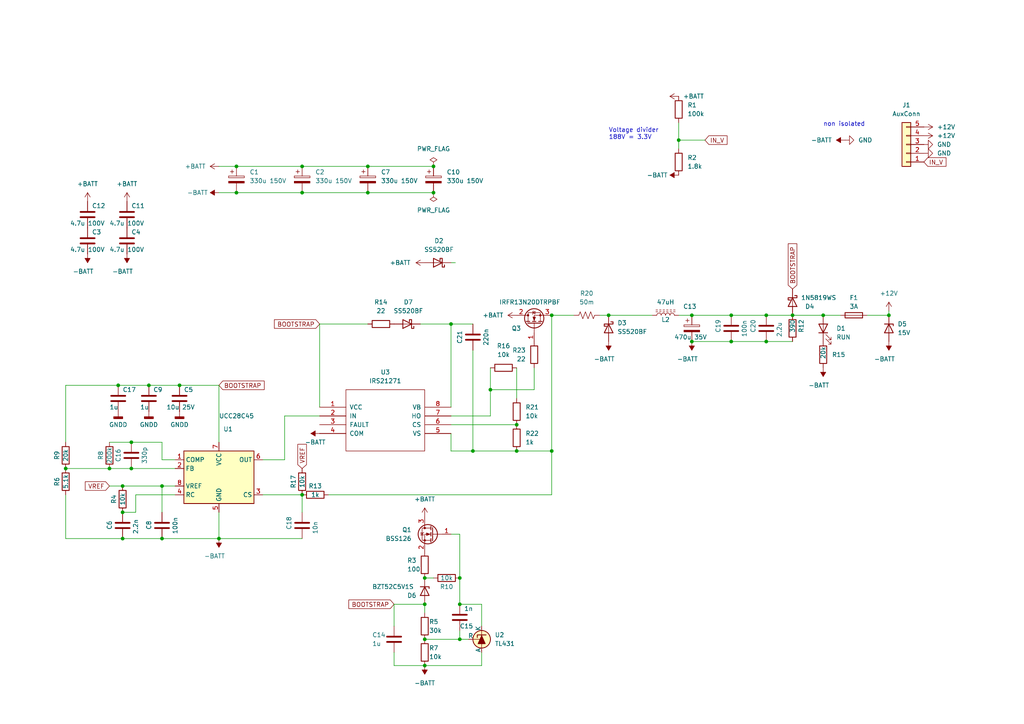
<source format=kicad_sch>
(kicad_sch (version 20230121) (generator eeschema)
  (paper "A4")
  (lib_symbols
    (symbol "Connector_Generic:Conn_01x05" (pin_names (offset 1.016) hide)
      (property "Reference" "J" (at 0 7.62 0))
      (property "Value" "Conn_01x05" (at 0 -7.62 0))
      (symbol "Conn_01x05_1_1"
        (rectangle (start -1.27 -4.953) (end 0 -5.207) (stroke (width 0.1524)))
        (rectangle (start -1.27 -2.413) (end 0 -2.667) (stroke (width 0.1524)))
        (rectangle (start -1.27 0.127) (end 0 -0.127) (stroke (width 0.1524)))
        (rectangle (start -1.27 2.667) (end 0 2.413) (stroke (width 0.1524)))
        (rectangle (start -1.27 5.207) (end 0 4.953) (stroke (width 0.1524)))
        (rectangle (start -1.27 6.35) (end 1.27 -6.35) (stroke (width 0.254)) (fill (type background)))
        (pin passive line (at -5.08 5.08 0) (length 3.81) (name "Pin_1") (number "1"))
        (pin passive line (at -5.08 2.54 0) (length 3.81) (name "Pin_2") (number "2"))
        (pin passive line (at -5.08 0 0) (length 3.81) (name "Pin_3") (number "3"))
        (pin passive line (at -5.08 -2.54 0) (length 3.81) (name "Pin_4") (number "4"))
        (pin passive line (at -5.08 -5.08 0) (length 3.81) (name "Pin_5") (number "5"))
      )
    )
    (symbol "Device:C" (pin_numbers hide) (pin_names (offset 0.254))
      (property "Reference" "C" (at 0.635 2.54 0))
      (property "Value" "C" (at 0.635 -2.54 0))
      (symbol "C_0_1"
        (polyline (pts (xy -2.032 -0.762) (xy 2.032 -0.762)) (stroke (width 0.508)))
        (polyline (pts (xy -2.032 0.762) (xy 2.032 0.762)) (stroke (width 0.508)))
      )
      (symbol "C_1_1"
        (pin passive line (at 0 3.81 270) (length 2.794) (name "~") (number "1"))
        (pin passive line (at 0 -3.81 90) (length 2.794) (name "~") (number "2"))
      )
    )
    (symbol "Device:C_Polarized" (pin_numbers hide) (pin_names (offset 0.254))
      (property "Reference" "C" (at 0.635 2.54 0))
      (property "Value" "C_Polarized" (at 0.635 -2.54 0))
      (symbol "C_Polarized_0_1"
        (rectangle (start -2.286 0.508) (end 2.286 1.016))
        (polyline (pts (xy -1.778 2.286) (xy -0.762 2.286)))
        (polyline (pts (xy -1.27 2.794) (xy -1.27 1.778)))
        (rectangle (start 2.286 -0.508) (end -2.286 -1.016) (fill (type outline)))
      )
      (symbol "C_Polarized_1_1"
        (pin passive line (at 0 3.81 270) (length 2.794) (name "~") (number "1"))
        (pin passive line (at 0 -3.81 90) (length 2.794) (name "~") (number "2"))
      )
    )
    (symbol "Device:D_Schottky" (pin_numbers hide) (pin_names (offset 1.016) hide)
      (property "Reference" "D" (at 0 2.54 0))
      (property "Value" "D_Schottky" (at 0 -2.54 0))
      (symbol "D_Schottky_0_1"
        (polyline (pts (xy 1.27 0) (xy -1.27 0)))
        (polyline (pts (xy 1.27 1.27) (xy 1.27 -1.27) (xy -1.27 0) (xy 1.27 1.27)) (stroke (width 0.254)))
        (polyline (pts (xy -1.905 0.635) (xy -1.905 1.27) (xy -1.27 1.27) (xy -1.27 -1.27) (xy -0.635 -1.27) (xy -0.635 -0.635)) (stroke (width 0.254)))
      )
      (symbol "D_Schottky_1_1"
        (pin passive line (at -3.81 0 0) (length 2.54) (name "K") (number "1"))
        (pin passive line (at 3.81 0 180) (length 2.54) (name "A") (number "2"))
      )
    )
    (symbol "Device:D_Zener" (pin_numbers hide) (pin_names (offset 1.016) hide)
      (property "Reference" "D" (at 0 2.54 0))
      (property "Value" "D_Zener" (at 0 -2.54 0))
      (symbol "D_Zener_0_1"
        (polyline (pts (xy 1.27 0) (xy -1.27 0)))
        (polyline (pts (xy -1.27 -1.27) (xy -1.27 1.27) (xy -0.762 1.27)) (stroke (width 0.254)))
        (polyline (pts (xy 1.27 -1.27) (xy 1.27 1.27) (xy -1.27 0) (xy 1.27 -1.27)) (stroke (width 0.254)))
      )
      (symbol "D_Zener_1_1"
        (pin passive line (at -3.81 0 0) (length 2.54) (name "K") (number "1"))
        (pin passive line (at 3.81 0 180) (length 2.54) (name "A") (number "2"))
      )
    )
    (symbol "Device:Fuse" (pin_numbers hide) (pin_names (offset 0))
      (property "Reference" "F" (at 2.032 0 90))
      (property "Value" "Fuse" (at -1.905 0 90))
      (symbol "Fuse_0_1"
        (rectangle (start -0.762 -2.54) (end 0.762 2.54) (stroke (width 0.254)))
        (polyline (pts (xy 0 2.54) (xy 0 -2.54)))
      )
      (symbol "Fuse_1_1"
        (pin passive line (at 0 3.81 270) (length 1.27) (name "~") (number "1"))
        (pin passive line (at 0 -3.81 90) (length 1.27) (name "~") (number "2"))
      )
    )
    (symbol "Device:LED" (pin_numbers hide) (pin_names (offset 1.016) hide)
      (property "Reference" "D" (at 0 2.54 0))
      (property "Value" "LED" (at 0 -2.54 0))
      (symbol "LED_0_1"
        (polyline (pts (xy -1.27 -1.27) (xy -1.27 1.27)) (stroke (width 0.254)))
        (polyline (pts (xy -1.27 0) (xy 1.27 0)))
        (polyline (pts (xy 1.27 -1.27) (xy 1.27 1.27) (xy -1.27 0) (xy 1.27 -1.27)) (stroke (width 0.254)))
        (polyline (pts (xy -3.048 -0.762) (xy -4.572 -2.286) (xy -3.81 -2.286) (xy -4.572 -2.286) (xy -4.572 -1.524)))
        (polyline (pts (xy -1.778 -0.762) (xy -3.302 -2.286) (xy -2.54 -2.286) (xy -3.302 -2.286) (xy -3.302 -1.524)))
      )
      (symbol "LED_1_1"
        (pin passive line (at -3.81 0 0) (length 2.54) (name "K") (number "1"))
        (pin passive line (at 3.81 0 180) (length 2.54) (name "A") (number "2"))
      )
    )
    (symbol "Device:L_Ferrite" (pin_numbers hide) (pin_names (offset 1.016) hide)
      (property "Reference" "L" (at -1.27 0 90))
      (property "Value" "L_Ferrite" (at 2.794 0 90))
      (symbol "L_Ferrite_0_1"
        (arc (start 0 -2.54) (mid 0.6323 -1.905) (end 0 -1.27))
        (arc (start 0 -1.27) (mid 0.6323 -0.635) (end 0 0))
        (polyline (pts (xy 1.016 -2.794) (xy 1.016 -2.286)))
        (polyline (pts (xy 1.016 -1.778) (xy 1.016 -1.27)))
        (polyline (pts (xy 1.016 -0.762) (xy 1.016 -0.254)))
        (polyline (pts (xy 1.016 0.254) (xy 1.016 0.762)))
        (polyline (pts (xy 1.016 1.27) (xy 1.016 1.778)))
        (polyline (pts (xy 1.016 2.286) (xy 1.016 2.794)))
        (polyline (pts (xy 1.524 -2.286) (xy 1.524 -2.794)))
        (polyline (pts (xy 1.524 -1.27) (xy 1.524 -1.778)))
        (polyline (pts (xy 1.524 -0.254) (xy 1.524 -0.762)))
        (polyline (pts (xy 1.524 0.762) (xy 1.524 0.254)))
        (polyline (pts (xy 1.524 1.778) (xy 1.524 1.27)))
        (polyline (pts (xy 1.524 2.794) (xy 1.524 2.286)))
        (arc (start 0 0) (mid 0.6323 0.635) (end 0 1.27))
        (arc (start 0 1.27) (mid 0.6323 1.905) (end 0 2.54))
      )
      (symbol "L_Ferrite_1_1"
        (pin passive line (at 0 3.81 270) (length 1.27) (name "1") (number "1"))
        (pin passive line (at 0 -3.81 90) (length 1.27) (name "2") (number "2"))
      )
    )
    (symbol "Device:R" (pin_numbers hide) (pin_names (offset 0))
      (property "Reference" "R" (at 2.032 0 90))
      (property "Value" "R" (at 0 0 90))
      (symbol "R_0_1"
        (rectangle (start -1.016 -2.54) (end 1.016 2.54) (stroke (width 0.254)))
      )
      (symbol "R_1_1"
        (pin passive line (at 0 3.81 270) (length 1.27) (name "~") (number "1"))
        (pin passive line (at 0 -3.81 90) (length 1.27) (name "~") (number "2"))
      )
    )
    (symbol "Device:R_US" (pin_numbers hide) (pin_names (offset 0))
      (property "Reference" "R" (at 2.54 0 90))
      (property "Value" "R_US" (at -2.54 0 90))
      (symbol "R_US_0_1"
        (polyline (pts (xy 0 -2.286) (xy 0 -2.54)))
        (polyline (pts (xy 0 2.286) (xy 0 2.54)))
        (polyline (pts (xy 0 -0.762) (xy 1.016 -1.143) (xy 0 -1.524) (xy -1.016 -1.905) (xy 0 -2.286)))
        (polyline (pts (xy 0 0.762) (xy 1.016 0.381) (xy 0 0) (xy -1.016 -0.381) (xy 0 -0.762)))
        (polyline (pts (xy 0 2.286) (xy 1.016 1.905) (xy 0 1.524) (xy -1.016 1.143) (xy 0 0.762)))
      )
      (symbol "R_US_1_1"
        (pin passive line (at 0 3.81 270) (length 1.27) (name "~") (number "1"))
        (pin passive line (at 0 -3.81 90) (length 1.27) (name "~") (number "2"))
      )
    )
    (symbol "GigaESCSymbols:IRS21271" (pin_names (offset 1.016))
      (property "Reference" "U" (at 0 -2.54 0))
      (property "Value" "IRS21271" (at 0 2.54 0))
      (symbol "IRS21271_1_0"
        (rectangle (start -11.43 -8.89) (end 11.43 8.89))
      )
      (symbol "IRS21271_1_1"
        (pin input line (at -19.05 3.81 0) (length 7.62) (name "VCC") (number "1"))
        (pin input line (at -19.05 1.27 0) (length 7.62) (name "IN") (number "2"))
        (pin input line (at -19.05 -1.27 0) (length 7.62) (name "FAULT") (number "3"))
        (pin input line (at -19.05 -3.81 0) (length 7.62) (name "COM") (number "4"))
        (pin input line (at 19.05 -3.81 180) (length 7.62) (name "VS") (number "5"))
        (pin input line (at 19.05 -1.27 180) (length 7.62) (name "CS") (number "6"))
        (pin input line (at 19.05 1.27 180) (length 7.62) (name "HO") (number "7"))
        (pin input line (at 19.05 3.81 180) (length 7.62) (name "VB") (number "8"))
      )
    )
    (symbol "GigaESCSymbols:TL431" (pin_numbers hide) (pin_names (offset 0))
      (property "Reference" "U" (at 10.16 1.27 0))
      (property "Value" "TL431" (at 10.16 -1.27 0))
      (symbol "TL431_0_1"
        (polyline (pts (xy 0 -2.54) (xy 0 2.54)))
        (polyline (pts (xy 0 1.27) (xy 0 1.016)))
        (polyline (pts (xy -1.27 0.508) (xy -1.27 1.27) (xy 1.27 1.27)) (stroke (width 0.254)))
        (polyline (pts (xy 0 1.016) (xy -1.016 -1.27) (xy 1.016 -1.27) (xy 0 1.016)) (stroke (width 0.254)) (fill (type outline)))
        (circle (center 0 0) (radius 2.54) (stroke (width 0.254)) (fill (type background)))
      )
      (symbol "TL431_1_1"
        (polyline (pts (xy 0 0) (xy -2.54 0)))
        (pin passive line (at -3.81 0 0) (length 1.27) (name "R") (number "1"))
        (pin passive line (at 0 3.81 270) (length 1.27) (name "K") (number "2"))
        (pin passive line (at 0 -3.81 90) (length 1.27) (name "A") (number "3"))
      )
    )
    (symbol "Regulator_Controller:UC3842_SOIC8"
      (property "Reference" "U" (at 3.81 11.43 0))
      (property "Value" "UC3842_SOIC8" (at 3.81 8.89 0))
      (symbol "UC3842_SOIC8_0_1"
        (rectangle (start -10.16 -7.62) (end 10.16 7.62) (stroke (width 0.254)) (fill (type background)))
      )
      (symbol "UC3842_SOIC8_1_1"
        (pin passive line (at -12.7 5.08 0) (length 2.54) (name "COMP") (number "1"))
        (pin input line (at -12.7 2.54 0) (length 2.54) (name "FB") (number "2"))
        (pin input line (at 12.7 -5.08 180) (length 2.54) (name "CS") (number "3"))
        (pin passive line (at -12.7 -5.08 0) (length 2.54) (name "RC") (number "4"))
        (pin power_in line (at 0 -10.16 90) (length 2.54) (name "GND") (number "5"))
        (pin output line (at 12.7 5.08 180) (length 2.54) (name "OUT") (number "6"))
        (pin power_in line (at 0 10.16 270) (length 2.54) (name "VCC") (number "7"))
        (pin power_out line (at -12.7 -2.54 0) (length 2.54) (name "VREF") (number "8"))
      )
    )
    (symbol "Transistor_FET:BS170F" (pin_names hide)
      (property "Reference" "Q" (at 5.08 1.905 0))
      (property "Value" "BS170F" (at 5.08 0 0))
      (symbol "BS170F_0_1"
        (polyline (pts (xy 0.254 0) (xy -2.54 0)))
        (polyline (pts (xy 0.254 1.905) (xy 0.254 -1.905)) (stroke (width 0.254)))
        (polyline (pts (xy 0.762 -1.27) (xy 0.762 -2.286)) (stroke (width 0.254)))
        (polyline (pts (xy 0.762 0.508) (xy 0.762 -0.508)) (stroke (width 0.254)))
        (polyline (pts (xy 0.762 2.286) (xy 0.762 1.27)) (stroke (width 0.254)))
        (polyline (pts (xy 2.54 2.54) (xy 2.54 1.778)))
        (polyline (pts (xy 2.54 -2.54) (xy 2.54 0) (xy 0.762 0)))
        (polyline (pts (xy 0.762 -1.778) (xy 3.302 -1.778) (xy 3.302 1.778) (xy 0.762 1.778)))
        (polyline (pts (xy 1.016 0) (xy 2.032 0.381) (xy 2.032 -0.381) (xy 1.016 0)) (fill (type outline)))
        (polyline (pts (xy 2.794 0.508) (xy 2.921 0.381) (xy 3.683 0.381) (xy 3.81 0.254)))
        (polyline (pts (xy 3.302 0.381) (xy 2.921 -0.254) (xy 3.683 -0.254) (xy 3.302 0.381)))
        (circle (center 1.651 0) (radius 2.794) (stroke (width 0.254)))
        (circle (center 2.54 -1.778) (radius 0.254) (fill (type outline)))
        (circle (center 2.54 1.778) (radius 0.254) (fill (type outline)))
      )
      (symbol "BS170F_1_1"
        (pin input line (at -5.08 0 0) (length 2.54) (name "G") (number "1"))
        (pin passive line (at 2.54 -5.08 90) (length 2.54) (name "S") (number "2"))
        (pin passive line (at 2.54 5.08 270) (length 2.54) (name "D") (number "3"))
      )
    )
    (symbol "Transistor_FET:STD7NK40Z" (pin_names hide)
      (property "Reference" "Q" (at 5.08 1.905 0))
      (property "Value" "STD7NK40Z" (at 5.08 0 0))
      (symbol "STD7NK40Z_0_1"
        (polyline (pts (xy 0.254 0) (xy -2.54 0)))
        (polyline (pts (xy 0.254 1.905) (xy 0.254 -1.905)) (stroke (width 0.254)))
        (polyline (pts (xy 0.762 -1.27) (xy 0.762 -2.286)) (stroke (width 0.254)))
        (polyline (pts (xy 0.762 0.508) (xy 0.762 -0.508)) (stroke (width 0.254)))
        (polyline (pts (xy 0.762 2.286) (xy 0.762 1.27)) (stroke (width 0.254)))
        (polyline (pts (xy 2.54 2.54) (xy 2.54 1.778)))
        (polyline (pts (xy 2.54 -2.54) (xy 2.54 0) (xy 0.762 0)))
        (polyline (pts (xy 0.762 -1.778) (xy 3.302 -1.778) (xy 3.302 1.778) (xy 0.762 1.778)))
        (polyline (pts (xy 1.016 0) (xy 2.032 0.381) (xy 2.032 -0.381) (xy 1.016 0)) (fill (type outline)))
        (polyline (pts (xy 2.794 0.508) (xy 2.921 0.381) (xy 3.683 0.381) (xy 3.81 0.254)))
        (polyline (pts (xy 3.302 0.381) (xy 2.921 -0.254) (xy 3.683 -0.254) (xy 3.302 0.381)))
        (circle (center 1.651 0) (radius 2.794) (stroke (width 0.254)))
        (circle (center 2.54 -1.778) (radius 0.254) (fill (type outline)))
        (circle (center 2.54 1.778) (radius 0.254) (fill (type outline)))
      )
      (symbol "STD7NK40Z_1_1"
        (pin passive line (at -5.08 0 0) (length 2.54) (name "G") (number "1"))
        (pin passive line (at 2.54 5.08 270) (length 2.54) (name "D") (number "2"))
        (pin passive line (at 2.54 -5.08 90) (length 2.54) (name "S") (number "3"))
      )
    )
    (symbol "power:+12V" (power) (pin_names (offset 0))
      (property "Value" "+12V" (at 0 3.556 0))
      (symbol "+12V_0_1"
        (polyline (pts (xy -0.762 1.27) (xy 0 2.54)))
        (polyline (pts (xy 0 0) (xy 0 2.54)))
        (polyline (pts (xy 0 2.54) (xy 0.762 1.27)))
      )
      (symbol "+12V_1_1"
        (pin power_in line (at 0 0 90) (length 0) hide (name "+12V") (number "1"))
      )
    )
    (symbol "power:+BATT" (power) (pin_names (offset 0))
      (property "Value" "+BATT" (at 0 3.556 0))
      (symbol "+BATT_0_1"
        (polyline (pts (xy -0.762 1.27) (xy 0 2.54)))
        (polyline (pts (xy 0 0) (xy 0 2.54)))
        (polyline (pts (xy 0 2.54) (xy 0.762 1.27)))
      )
      (symbol "+BATT_1_1"
        (pin power_in line (at 0 0 90) (length 0) hide (name "+BATT") (number "1"))
      )
    )
    (symbol "power:-BATT" (power) (pin_names (offset 0))
      (property "Value" "-BATT" (at 0 3.556 0))
      (symbol "-BATT_0_1"
        (polyline (pts (xy 0 0) (xy 0 2.54)))
        (polyline (pts (xy 0.762 1.27) (xy -0.762 1.27) (xy 0 2.54) (xy 0.762 1.27)) (fill (type outline)))
      )
      (symbol "-BATT_1_1"
        (pin power_in line (at 0 0 90) (length 0) hide (name "-BATT") (number "1"))
      )
    )
    (symbol "power:GND" (power) (pin_names (offset 0))
      (property "Value" "GND" (at 0 -3.81 0))
      (symbol "GND_0_1"
        (polyline (pts (xy 0 0) (xy 0 -1.27) (xy 1.27 -1.27) (xy 0 -2.54) (xy -1.27 -1.27) (xy 0 -1.27)))
      )
      (symbol "GND_1_1"
        (pin power_in line (at 0 0 270) (length 0) hide (name "GND") (number "1"))
      )
    )
    (symbol "power:GNDD" (power) (pin_names (offset 0))
      (property "Value" "GNDD" (at 0 -3.175 0))
      (symbol "GNDD_0_1"
        (rectangle (start -1.27 -1.524) (end 1.27 -2.032) (stroke (width 0.254)) (fill (type outline)))
        (polyline (pts (xy 0 0) (xy 0 -1.524)))
      )
      (symbol "GNDD_1_1"
        (pin power_in line (at 0 0 270) (length 0) hide (name "GNDD") (number "1"))
      )
    )
    (symbol "power:PWR_FLAG" (power) (pin_numbers hide) (pin_names (offset 0) hide)
      (property "Value" "PWR_FLAG" (at 0 3.81 0))
      (symbol "PWR_FLAG_0_0"
        (pin power_out line (at 0 0 90) (length 0) (name "pwr") (number "1"))
      )
      (symbol "PWR_FLAG_0_1"
        (polyline (pts (xy 0 0) (xy 0 1.27) (xy -1.016 1.905) (xy 0 2.54) (xy 1.016 1.905) (xy 0 1.27)))
      )
    )
  )
  (junction (at 222.25 91.44))
  (junction (at 200.66 91.44))
  (junction (at 133.35 167.64))
  (junction (at 160.02 130.81))
  (junction (at 52.07 111.76))
  (junction (at 19.05 135.89))
  (junction (at 196.85 40.64))
  (junction (at 229.87 91.44))
  (junction (at 38.1 135.89))
  (junction (at 238.76 91.44))
  (junction (at 46.99 156.21))
  (junction (at 68.58 55.88))
  (junction (at 149.86 130.81))
  (junction (at 35.56 156.21))
  (junction (at 68.58 48.26))
  (junction (at 43.18 111.76))
  (junction (at 31.75 135.89))
  (junction (at 106.68 48.26))
  (junction (at 34.29 111.76))
  (junction (at 123.19 175.26))
  (junction (at 106.68 55.88))
  (junction (at 125.73 55.88))
  (junction (at 133.35 175.26))
  (junction (at 38.1 128.27))
  (junction (at 63.5 156.21))
  (junction (at 142.24 113.03))
  (junction (at 87.63 48.26))
  (junction (at 123.19 193.04))
  (junction (at 123.19 185.42))
  (junction (at 35.56 140.97))
  (junction (at 130.81 93.98))
  (junction (at 46.99 140.97))
  (junction (at 87.63 143.51))
  (junction (at 200.66 99.06))
  (junction (at 212.09 99.06))
  (junction (at 87.63 55.88))
  (junction (at 176.53 91.44))
  (junction (at 125.73 48.26))
  (junction (at 133.35 185.42))
  (junction (at 257.81 91.44))
  (junction (at 35.56 148.59))
  (junction (at 160.02 91.44))
  (junction (at 149.86 123.19))
  (junction (at 123.19 167.64))
  (junction (at 137.16 130.81))
  (junction (at 222.25 99.06))
  (junction (at 212.09 91.44))
  (wire (pts (xy 63.5 55.88) (xy 68.58 55.88)))
  (wire (pts (xy 19.05 128.27) (xy 19.05 111.76)))
  (wire (pts (xy 39.37 148.59) (xy 35.56 148.59)))
  (wire (pts (xy 63.5 156.21) (xy 87.63 156.21)))
  (wire (pts (xy 76.2 133.35) (xy 82.55 133.35)))
  (wire (pts (xy 133.35 154.94) (xy 130.81 154.94)))
  (wire (pts (xy 39.37 143.51) (xy 39.37 148.59)))
  (wire (pts (xy 130.81 130.81) (xy 137.16 130.81)))
  (wire (pts (xy 82.55 120.65) (xy 82.55 133.35)))
  (wire (pts (xy 38.1 128.27) (xy 31.75 128.27)))
  (wire (pts (xy 95.25 143.51) (xy 160.02 143.51)))
  (wire (pts (xy 133.35 167.64) (xy 133.35 175.26)))
  (wire (pts (xy 19.05 111.76) (xy 34.29 111.76)))
  (wire (pts (xy 114.3 181.61) (xy 114.3 175.26)))
  (wire (pts (xy 31.75 135.89) (xy 38.1 135.89)))
  (wire (pts (xy 200.66 91.44) (xy 212.09 91.44)))
  (wire (pts (xy 200.66 99.06) (xy 212.09 99.06)))
  (wire (pts (xy 139.7 193.04) (xy 139.7 189.23)))
  (wire (pts (xy 229.87 91.44) (xy 238.76 91.44)))
  (wire (pts (xy 68.58 48.26) (xy 87.63 48.26)))
  (wire (pts (xy 68.58 55.88) (xy 87.63 55.88)))
  (wire (pts (xy 133.35 185.42) (xy 135.89 185.42)))
  (wire (pts (xy 149.86 130.81) (xy 160.02 130.81)))
  (wire (pts (xy 114.3 193.04) (xy 123.19 193.04)))
  (wire (pts (xy 160.02 91.44) (xy 160.02 130.81)))
  (wire (pts (xy 106.68 48.26) (xy 125.73 48.26)))
  (wire (pts (xy 34.29 111.76) (xy 43.18 111.76)))
  (wire (pts (xy 19.05 156.21) (xy 35.56 156.21)))
  (wire (pts (xy 123.19 175.26) (xy 123.19 177.8)))
  (wire (pts (xy 87.63 48.26) (xy 106.68 48.26)))
  (wire (pts (xy 46.99 133.35) (xy 46.99 128.27)))
  (wire (pts (xy 238.76 91.44) (xy 243.84 91.44)))
  (wire (pts (xy 35.56 156.21) (xy 46.99 156.21)))
  (wire (pts (xy 130.81 118.11) (xy 130.81 93.98)))
  (wire (pts (xy 123.19 185.42) (xy 133.35 185.42)))
  (wire (pts (xy 114.3 175.26) (xy 123.19 175.26)))
  (wire (pts (xy 19.05 143.51) (xy 19.05 156.21)))
  (wire (pts (xy 173.99 91.44) (xy 176.53 91.44)))
  (wire (pts (xy 130.81 130.81) (xy 130.81 125.73)))
  (wire (pts (xy 121.92 93.98) (xy 130.81 93.98)))
  (wire (pts (xy 123.19 167.64) (xy 125.73 167.64)))
  (wire (pts (xy 149.86 106.68) (xy 149.86 115.57)))
  (wire (pts (xy 133.35 175.26) (xy 139.7 175.26)))
  (wire (pts (xy 222.25 99.06) (xy 229.87 99.06)))
  (wire (pts (xy 160.02 91.44) (xy 166.37 91.44)))
  (wire (pts (xy 46.99 156.21) (xy 63.5 156.21)))
  (wire (pts (xy 63.5 156.21) (xy 63.5 148.59)))
  (wire (pts (xy 160.02 143.51) (xy 160.02 130.81)))
  (wire (pts (xy 196.85 35.56) (xy 196.85 40.64)))
  (wire (pts (xy 31.75 140.97) (xy 35.56 140.97)))
  (wire (pts (xy 137.16 101.6) (xy 137.16 130.81)))
  (wire (pts (xy 87.63 148.59) (xy 87.63 143.51)))
  (wire (pts (xy 19.05 135.89) (xy 31.75 135.89)))
  (wire (pts (xy 196.85 91.44) (xy 200.66 91.44)))
  (wire (pts (xy 82.55 120.65) (xy 92.71 120.65)))
  (wire (pts (xy 196.85 40.64) (xy 204.47 40.64)))
  (wire (pts (xy 133.35 182.88) (xy 133.35 185.42)))
  (wire (pts (xy 176.53 91.44) (xy 189.23 91.44)))
  (wire (pts (xy 106.68 55.88) (xy 125.73 55.88)))
  (wire (pts (xy 63.5 48.26) (xy 68.58 48.26)))
  (wire (pts (xy 63.5 111.76) (xy 52.07 111.76)))
  (wire (pts (xy 38.1 135.89) (xy 50.8 135.89)))
  (wire (pts (xy 35.56 140.97) (xy 46.99 140.97)))
  (wire (pts (xy 130.81 120.65) (xy 142.24 120.65)))
  (wire (pts (xy 142.24 106.68) (xy 142.24 113.03)))
  (wire (pts (xy 63.5 128.27) (xy 63.5 111.76)))
  (wire (pts (xy 43.18 111.76) (xy 52.07 111.76)))
  (wire (pts (xy 114.3 189.23) (xy 114.3 193.04)))
  (wire (pts (xy 130.81 93.98) (xy 137.16 93.98)))
  (wire (pts (xy 123.19 193.04) (xy 139.7 193.04)))
  (wire (pts (xy 50.8 133.35) (xy 46.99 133.35)))
  (wire (pts (xy 50.8 143.51) (xy 39.37 143.51)))
  (wire (pts (xy 251.46 91.44) (xy 257.81 91.44)))
  (wire (pts (xy 139.7 181.61) (xy 139.7 175.26)))
  (wire (pts (xy 46.99 140.97) (xy 50.8 140.97)))
  (wire (pts (xy 196.85 40.64) (xy 196.85 43.18)))
  (wire (pts (xy 46.99 140.97) (xy 46.99 148.59)))
  (wire (pts (xy 92.71 93.98) (xy 106.68 93.98)))
  (wire (pts (xy 142.24 120.65) (xy 142.24 113.03)))
  (wire (pts (xy 87.63 55.88) (xy 106.68 55.88)))
  (wire (pts (xy 222.25 91.44) (xy 229.87 91.44)))
  (wire (pts (xy 46.99 128.27) (xy 38.1 128.27)))
  (wire (pts (xy 87.63 143.51) (xy 76.2 143.51)))
  (wire (pts (xy 212.09 99.06) (xy 222.25 99.06)))
  (wire (pts (xy 130.81 123.19) (xy 149.86 123.19)))
  (wire (pts (xy 212.09 91.44) (xy 222.25 91.44)))
  (wire (pts (xy 137.16 130.81) (xy 149.86 130.81)))
  (wire (pts (xy 142.24 113.03) (xy 154.94 113.03)))
  (wire (pts (xy 133.35 154.94) (xy 133.35 167.64)))
  (wire (pts (xy 92.71 118.11) (xy 92.71 93.98)))
  (wire (pts (xy 154.94 113.03) (xy 154.94 106.68)))
  (wire (pts (xy 130.81 76.2) (xy 132.08 76.2)))
  (wire (pts (xy 257.81 90.17) (xy 257.81 91.44)))
  (text "non isolated" (at 238.76 36.83 0) (effects (font (size 1.27 1.27)) (justify left bottom)))
  (text "Voltage divider\n188V = 3.3V" (at 176.53 40.64 0) (effects (font (size 1.27 1.27)) (justify left bottom)))
  (global_label "BOOTSTRAP" (shape input) (at 229.87 83.82 90) (property "Intersheetrefs" "${INTERSHEET_REFS}" (effects hide)))
  (global_label "IN_V" (shape input) (at 204.47 40.64 0) (property "Intersheetrefs" "${INTERSHEET_REFS}" (effects hide)))
  (global_label "VREF" (shape input) (at 31.75 140.97 180) (property "Intersheetrefs" "${INTERSHEET_REFS}" (effects hide)))
  (global_label "BOOTSTRAP" (shape input) (at 63.5 111.76 0) (property "Intersheetrefs" "${INTERSHEET_REFS}" (effects hide)))
  (global_label "BOOTSTRAP" (shape input) (at 114.3 175.26 180) (property "Intersheetrefs" "${INTERSHEET_REFS}" (effects hide)))
  (global_label "VREF" (shape input) (at 87.63 135.89 90) (property "Intersheetrefs" "${INTERSHEET_REFS}" (effects hide)))
  (global_label "BOOTSTRAP" (shape input) (at 92.71 93.98 180) (property "Intersheetrefs" "${INTERSHEET_REFS}" (effects hide)))
  (global_label "IN_V" (shape input) (at 267.97 46.99 0) (property "Intersheetrefs" "${INTERSHEET_REFS}" (effects hide)))
  (symbol (lib_id "Device:C") (at 222.25 95.25 0) (unit 1)
    (property "Reference" "C20" (at 218.44 96.52 90) (effects (justify left)))
    (property "Value" "2.2u" (at 226.06 97.79 90) (effects (justify left)))
    (property "Footprint" "GigaVescLibs:C_0603_1608Metric_L" (effects hide))
    (property "MPN" "C15849" (effects hide))
    (property "Mouser" "81-GRM55DR72D105KW1L" (effects hide))
  )
  (symbol (lib_id "Device:R") (at 123.19 163.83 180) (unit 1)
    (property "Reference" "R3" (at 118.11 162.56 0) (effects (justify right)))
    (property "Value" "100" (at 118.11 165.1 0) (effects (justify right)))
    (property "Footprint" "Resistor_SMD:R_0603_1608Metric" (effects hide))
    (property "MPN" "C22775" (effects hide))
    (property "Mouser" "71-CRCW080520R0FKEAC" (effects hide))
  )
  (symbol (lib_id "Device:D_Zener") (at 123.19 171.45 270) (unit 1)
    (property "Reference" "D6" (at 118.11 172.72 90) (effects (justify left)))
    (property "Value" "BZT52C5V1S" (at 107.95 170.18 90) (effects (justify left)))
    (property "Footprint" "Diode_SMD:D_SOD-323_HandSoldering" (effects hide))
    (property "MPN" "C2886317" (effects hide))
  )
  (symbol (lib_id "Device:C") (at 87.63 152.4 0) (unit 1)
    (property "Reference" "C18" (at 83.82 153.67 90) (effects (justify left)))
    (property "Value" "10n" (at 91.44 154.94 90) (effects (justify left)))
    (property "Footprint" "GigaVescLibs:C_0603_1608Metric_L" (effects hide))
    (property "MPN" "C15849" (effects hide))
    (property "Mouser" "81-GRM55DR72D105KW1L" (effects hide))
  )
  (symbol (lib_id "Device:C") (at 34.29 115.57 0) (unit 1)
    (property "Reference" "C17" (at 35.56 113.03 0) (effects (justify left)))
    (property "Value" "1u" (at 31.75 118.11 0) (effects (justify left)))
    (property "Footprint" "GigaVescLibs:C_0603_1608Metric_L" (effects hide))
    (property "MPN" "C15849" (effects hide))
    (property "Mouser" "81-GRM55DR72D105KW1L" (effects hide))
  )
  (symbol (lib_id "Device:R") (at 149.86 127 180) (unit 1)
    (property "Reference" "R22" (at 152.4 125.73 0) (effects (justify right)))
    (property "Value" "1k" (at 152.4 128.27 0) (effects (justify right)))
    (property "Footprint" "Resistor_SMD:R_0603_1608Metric" (effects hide))
    (property "MPN" "C21190" (effects hide))
    (property "Mouser" "71-CRCW080520R0FKEAC" (effects hide))
  )
  (symbol (lib_id "power:+12V") (at 267.97 36.83 270) (unit 1)
    (property "Reference" "#PWR024" (effects hide))
    (property "Value" "+12V" (at 271.78 36.83 90) (effects (justify left)))
  )
  (symbol (lib_id "Transistor_FET:STD7NK40Z") (at 154.94 93.98 90) (unit 1)
    (property "Reference" "Q3" (at 151.13 95.25 90) (effects (justify left)))
    (property "Value" "IRFR13N20DTRPBF" (at 162.56 87.63 90) (effects (justify left)))
    (property "Footprint" "Package_TO_SOT_SMD:TO-252-2" (effects hide))
    (property "Datasheet" "https://www.st.com/resource/en/datasheet/std7nk40zt4.pdf" (effects hide))
    (property "MPN" "C3021" (effects hide))
    (property "JLCPosOffset" "-1.4,0" (effects hide))
  )
  (symbol (lib_id "power:-BATT") (at 63.5 156.21 180) (unit 1)
    (property "Reference" "#PWR015" (effects hide))
    (property "Value" "-BATT" (at 62.23 161.29 0))
  )
  (symbol (lib_id "Device:R") (at 154.94 102.87 180) (unit 1)
    (property "Reference" "R23" (at 148.59 101.6 0) (effects (justify right)))
    (property "Value" "22" (at 149.86 104.14 0) (effects (justify right)))
    (property "Footprint" "Resistor_SMD:R_0603_1608Metric" (effects hide))
    (property "MPN" "C23345" (effects hide))
    (property "Mouser" "71-CRCW080520R0FKEAC" (effects hide))
  )
  (symbol (lib_id "power:GND") (at 245.11 40.64 90) (unit 1)
    (property "Reference" "#PWR09" (effects hide))
    (property "Value" "GND" (at 248.92 40.64 90) (effects (justify right)))
  )
  (symbol (lib_id "power:+BATT") (at 196.85 27.94 90) (unit 1)
    (property "Reference" "#PWR04" (effects hide))
    (property "Value" "+BATT" (at 198.12 27.94 90) (effects (justify right)))
  )
  (symbol (lib_id "Device:LED") (at 238.76 95.25 90) (unit 1)
    (property "Reference" "D1" (at 242.57 95.25 90) (effects (justify right)))
    (property "Value" "RUN" (at 242.57 97.79 90) (effects (justify right)))
    (property "Footprint" "Diode_SMD:D_0603_1608Metric" (effects hide))
    (property "MPN" "C2290" (effects hide))
  )
  (symbol (lib_id "Device:C") (at 46.99 152.4 0) (unit 1)
    (property "Reference" "C8" (at 43.18 153.67 90) (effects (justify left)))
    (property "Value" "100n" (at 50.8 154.94 90) (effects (justify left)))
    (property "Footprint" "GigaVescLibs:C_0603_1608Metric_L" (effects hide))
    (property "MPN" "C14663" (effects hide))
    (property "Mouser" "81-GRM55DR72D105KW1L" (effects hide))
  )
  (symbol (lib_id "Device:C") (at 43.18 115.57 0) (unit 1)
    (property "Reference" "C9" (at 44.45 113.03 0) (effects (justify left)))
    (property "Value" "1u" (at 40.64 118.11 0) (effects (justify left)))
    (property "Footprint" "GigaVescLibs:C_0603_1608Metric_L" (effects hide))
    (property "MPN" "C15849" (effects hide))
    (property "Mouser" "81-GRM55DR72D105KW1L" (effects hide))
  )
  (symbol (lib_id "power:-BATT") (at 63.5 55.88 90) (unit 1)
    (property "Reference" "#PWR02" (effects hide))
    (property "Value" "-BATT" (at 60.325 55.88 90) (effects (justify left)))
  )
  (symbol (lib_id "power:-BATT") (at 176.53 99.06 180) (unit 1)
    (property "Reference" "#PWR030" (effects hide))
    (property "Value" "-BATT" (at 175.26 104.14 0))
  )
  (symbol (lib_id "power:+12V") (at 267.97 39.37 270) (unit 1)
    (property "Reference" "#PWR08" (effects hide))
    (property "Value" "+12V" (at 271.78 39.37 90) (effects (justify left)))
  )
  (symbol (lib_id "power:+BATT") (at 123.19 76.2 90) (unit 1)
    (property "Reference" "#PWR027" (effects hide))
    (property "Value" "+BATT" (at 113.03 76.2 90) (effects (justify right)))
  )
  (symbol (lib_id "power:+BATT") (at 25.4 58.42 0) (unit 1)
    (property "Reference" "#PWR065" (effects hide))
    (property "Value" "+BATT" (at 25.4 53.34 0))
  )
  (symbol (lib_id "power:-BATT") (at 25.4 73.66 180) (unit 1)
    (property "Reference" "#PWR068" (effects hide))
    (property "Value" "-BATT" (at 24.13 78.74 0))
  )
  (symbol (lib_id "Device:R") (at 19.05 139.7 0) (unit 1)
    (property "Reference" "R6" (at 16.51 139.7 90))
    (property "Value" "5.1k" (at 19.05 139.7 90))
    (property "Footprint" "Resistor_SMD:R_0603_1608Metric" (effects hide))
    (property "MPN" "C23186" (effects hide))
  )
  (symbol (lib_id "Device:R") (at 129.54 167.64 90) (unit 1)
    (property "Reference" "R10" (at 129.54 170.18 90))
    (property "Value" "10k" (at 129.54 167.64 90))
    (property "Footprint" "Resistor_SMD:R_0603_1608Metric" (effects hide))
    (property "MPN" "C25804" (effects hide))
    (property "Mouser" "71-CRCW080520R0FKEAC" (effects hide))
  )
  (symbol (lib_id "power:-BATT") (at 245.11 40.64 90) (unit 1)
    (property "Reference" "#PWR014" (effects hide))
    (property "Value" "-BATT" (at 241.3 40.64 90) (effects (justify left)))
  )
  (symbol (lib_id "Device:D_Zener") (at 257.81 95.25 270) (unit 1)
    (property "Reference" "D5" (at 260.35 93.98 90) (effects (justify left)))
    (property "Value" "15V" (at 260.35 96.52 90) (effects (justify left)))
    (property "Footprint" "Diode_SMD:D_SMA" (effects hide))
    (property "MPN" "C110524" (effects hide))
  )
  (symbol (lib_id "Device:R") (at 149.86 119.38 180) (unit 1)
    (property "Reference" "R21" (at 152.4 118.11 0) (effects (justify right)))
    (property "Value" "10k" (at 152.4 120.65 0) (effects (justify right)))
    (property "Footprint" "Resistor_SMD:R_0603_1608Metric" (effects hide))
    (property "MPN" "C25804" (effects hide))
    (property "Mouser" "71-CRCW080520R0FKEAC" (effects hide))
  )
  (symbol (lib_id "Device:R") (at 31.75 132.08 180) (unit 1)
    (property "Reference" "R8" (at 29.21 132.08 90))
    (property "Value" "200k" (at 31.75 132.08 90))
    (property "Footprint" "Resistor_SMD:R_0603_1608Metric" (effects hide))
    (property "MPN" "C25811" (effects hide))
  )
  (symbol (lib_id "Device:R") (at 238.76 102.87 180) (unit 1)
    (property "Reference" "R15" (at 241.3 102.87 0) (effects (justify right)))
    (property "Value" "20k" (at 238.76 104.14 90) (effects (justify right)))
    (property "Footprint" "Resistor_SMD:R_0603_1608Metric" (effects hide))
    (property "MPN" "C23254" (effects hide))
    (property "Mouser" "603-AC0805JR-0710KL" (effects hide))
  )
  (symbol (lib_id "Regulator_Controller:UC3842_SOIC8") (at 63.5 138.43 0) (unit 1)
    (property "Reference" "U1" (at 64.77 124.46 0) (effects (justify left)))
    (property "Value" "UCC28C45" (at 63.5 120.65 0) (effects (justify left)))
    (property "Footprint" "Package_SO:SOIC-8_3.9x4.9mm_P1.27mm" (effects hide))
    (property "Datasheet" "http://www.ti.com/lit/ds/symlink/uc3842.pdf" (effects hide))
    (property "MPN" "C7118" (effects hide))
    (property "JLCRotOffset" "-270" (effects hide))
  )
  (symbol (lib_id "power:-BATT") (at 92.71 125.73 90) (unit 1)
    (property "Reference" "#PWR017" (effects hide))
    (property "Value" "-BATT" (at 91.44 128.27 90))
  )
  (symbol (lib_id "Device:R") (at 123.19 181.61 180) (unit 1)
    (property "Reference" "R5" (at 124.46 180.34 0) (effects (justify right)))
    (property "Value" "30k" (at 124.46 182.88 0) (effects (justify right)))
    (property "Footprint" "Resistor_SMD:R_0603_1608Metric" (effects hide))
    (property "MPN" "C22984" (effects hide))
    (property "Mouser" "71-CRCW080520R0FKEAC" (effects hide))
  )
  (symbol (lib_id "Device:Fuse") (at 247.65 91.44 90) (unit 1)
    (property "Reference" "F1" (at 247.65 86.36 90))
    (property "Value" "3A" (at 247.65 88.9 90))
    (property "Footprint" "Fuse:Fuse_1206_3216Metric" (effects hide))
    (property "MPN" "C2838915" (effects hide))
  )
  (symbol (lib_id "Device:C_Polarized") (at 87.63 52.07 0) (unit 1)
    (property "Reference" "C2" (at 91.44 49.911 0) (effects (justify left)))
    (property "Value" "330u 150V" (at 91.44 52.451 0) (effects (justify left)))
    (property "Footprint" "Capacitor_THT:CP_Radial_D16.0mm_P7.50mm" (effects hide))
    (property "Mouser" "661-EKMR201VS222MR50" (effects hide))
    (property "MPN" "C2761574" (effects hide))
  )
  (symbol (lib_id "power:+12V") (at 257.81 90.17 0) (unit 1)
    (property "Reference" "#PWR032" (effects hide))
    (property "Value" "+12V" (at 257.81 85.09 0))
  )
  (symbol (lib_id "Device:C_Polarized") (at 125.73 52.07 0) (unit 1)
    (property "Reference" "C10" (at 129.54 49.911 0) (effects (justify left)))
    (property "Value" "330u 150V" (at 129.54 52.451 0) (effects (justify left)))
    (property "Footprint" "Capacitor_THT:CP_Radial_D16.0mm_P7.50mm" (effects hide))
    (property "Mouser" "661-EKMR201VS222MR50" (effects hide))
    (property "MPN" "C2761574" (effects hide))
  )
  (symbol (lib_id "power:+BATT") (at 63.5 48.26 90) (unit 1)
    (property "Reference" "#PWR01" (effects hide))
    (property "Value" "+BATT" (at 59.69 48.26 90) (effects (justify left)))
  )
  (symbol (lib_id "Device:R") (at 91.44 143.51 90) (unit 1)
    (property "Reference" "R13" (at 91.44 140.97 90))
    (property "Value" "1k" (at 91.44 143.51 90))
    (property "Footprint" "Resistor_SMD:R_1206_3216Metric" (effects hide))
    (property "MPN" "C4410" (effects hide))
  )
  (symbol (lib_id "Device:R") (at 87.63 139.7 0) (unit 1)
    (property "Reference" "R17" (at 85.09 139.7 90))
    (property "Value" "10k" (at 87.63 139.7 90))
    (property "Footprint" "Resistor_SMD:R_0603_1608Metric" (effects hide))
    (property "MPN" "C25804" (effects hide))
    (property "Mouser" "603-AC0805JR-0710KL" (effects hide))
  )
  (symbol (lib_id "power:GNDD") (at 34.29 119.38 0) (unit 1)
    (property "Reference" "#PWR020" (effects hide))
    (property "Value" "GNDD" (at 34.29 123.19 0))
  )
  (symbol (lib_id "Device:R") (at 35.56 144.78 0) (unit 1)
    (property "Reference" "R4" (at 33.02 144.78 90))
    (property "Value" "10k" (at 35.56 144.78 90))
    (property "Footprint" "Resistor_SMD:R_0603_1608Metric" (effects hide))
    (property "MPN" "C25804" (effects hide))
    (property "Mouser" "603-AC0805JR-0710KL" (effects hide))
  )
  (symbol (lib_id "Device:C") (at 137.16 97.79 0) (unit 1)
    (property "Reference" "C21" (at 133.35 97.79 90))
    (property "Value" "220n" (at 140.97 97.79 90))
    (property "Footprint" "Capacitor_SMD:C_1206_3216Metric" (effects hide))
    (property "MPN" "C2847454" (effects hide))
  )
  (symbol (lib_id "GigaESCSymbols:TL431") (at 139.7 185.42 0) (unit 1)
    (property "Reference" "U2" (at 143.51 184.15 0) (effects (justify left)))
    (property "Value" "TL431" (at 143.51 186.69 0) (effects (justify left)))
    (property "Footprint" "Package_TO_SOT_SMD:SOT-23" (effects hide))
    (property "Datasheet" "https://datasheet.lcsc.com/lcsc/2204271145_Guangdong-Hottech-TL431_C181103.pdf" (effects hide))
    (property "Manuf" "TI" (effects hide))
    (property "MPN" "TL431AIDBZ" (effects hide))
    (property "BOM" "TI TL431AIDBZ" (effects hide))
    (property "JLCRotOffset" "180" (effects hide))
  )
  (symbol (lib_id "power:-BATT") (at 200.66 99.06 180) (unit 1)
    (property "Reference" "#PWR013" (effects hide))
    (property "Value" "-BATT" (at 199.39 104.14 0))
  )
  (symbol (lib_id "Device:C") (at 36.83 69.85 0) (unit 1)
    (property "Reference" "C4" (at 38.1 67.31 0) (effects (justify left)))
    (property "Value" "4.7u 100V" (at 31.75 72.39 0) (effects (justify left)))
    (property "Footprint" "Capacitor_SMD:C_1206_3216Metric" (effects hide))
    (property "MPN" "C237304" (effects hide))
    (property "Mouser" "81-GRM55DR72D105KW1L" (effects hide))
  )
  (symbol (lib_id "GigaESCSymbols:IRS21271") (at 111.76 121.92 0) (unit 1)
    (property "Reference" "U3" (at 111.76 107.95 0))
    (property "Value" "IRS21271" (at 111.76 110.49 0))
    (property "Footprint" "Package_SO:SO-8_3.9x4.9mm_P1.27mm" (effects hide))
    (property "Datasheet" "DOCUMENTATION" (effects hide))
    (property "MPN" "C476118" (effects hide))
    (property "JLCRotOffset" "-90" (effects hide))
  )
  (symbol (lib_id "Device:D_Schottky") (at 118.11 93.98 180) (unit 1)
    (property "Reference" "D7" (at 118.4275 87.63 0))
    (property "Value" "SS520BF" (at 118.4275 90.17 0))
    (property "Footprint" "Diode_SMD:D_SMB" (effects hide))
    (property "MPN" "C123955" (effects hide))
  )
  (symbol (lib_id "power:PWR_FLAG") (at 125.73 48.26 0) (unit 1)
    (property "Reference" "#FLG01" (effects hide))
    (property "Value" "PWR_FLAG" (at 125.73 43.18 0))
  )
  (symbol (lib_id "Device:R") (at 196.85 31.75 0) (unit 1)
    (property "Reference" "R1" (at 199.39 30.48 0) (effects (justify left)))
    (property "Value" "100k" (at 199.39 33.02 0) (effects (justify left)))
    (property "Footprint" "Resistor_SMD:R_0603_1608Metric" (effects hide))
    (property "MPN" "C25803" (effects hide))
    (property "Mouser" "603-RC0805FR-07100KL" (effects hide))
  )
  (symbol (lib_id "Device:R") (at 196.85 46.99 0) (unit 1)
    (property "Reference" "R2" (at 199.39 45.72 0) (effects (justify left)))
    (property "Value" "1.8k" (at 199.39 48.26 0) (effects (justify left)))
    (property "Footprint" "Resistor_SMD:R_0603_1608Metric" (effects hide))
    (property "MPN" "C4177" (effects hide))
    (property "Mouser" "71-CRCW0805-1.8K-E3" (effects hide))
  )
  (symbol (lib_id "power:GNDD") (at 43.18 119.38 0) (unit 1)
    (property "Reference" "#PWR016" (effects hide))
    (property "Value" "GNDD" (at 43.18 123.19 0))
  )
  (symbol (lib_id "Device:C_Polarized") (at 68.58 52.07 0) (unit 1)
    (property "Reference" "C1" (at 72.39 49.911 0) (effects (justify left)))
    (property "Value" "330u 150V" (at 72.39 52.451 0) (effects (justify left)))
    (property "Footprint" "Capacitor_THT:CP_Radial_D16.0mm_P7.50mm" (effects hide))
    (property "MPN" "C2761574" (effects hide))
    (property "Mouser" "661-EKMR201VS222MR50" (effects hide))
  )
  (symbol (lib_id "Device:C") (at 133.35 179.07 0) (unit 1)
    (property "Reference" "C15" (at 133.35 181.61 0) (effects (justify left)))
    (property "Value" "1n" (at 134.62 176.53 0) (effects (justify left)))
    (property "Footprint" "Capacitor_SMD:C_0603_1608Metric" (effects hide))
    (property "MPN" "C1588" (effects hide))
    (property "Mouser" "80-C0603C102K5R7081" (effects hide))
  )
  (symbol (lib_id "Device:R_US") (at 170.18 91.44 90) (unit 1)
    (property "Reference" "R20" (at 170.18 85.09 90))
    (property "Value" "50m" (at 170.18 87.63 90))
    (property "Footprint" "Resistor_SMD:R_2512_6332Metric" (effects hide))
    (property "MPN" "C2874774" (effects hide))
  )
  (symbol (lib_id "power:-BATT") (at 36.83 73.66 180) (unit 1)
    (property "Reference" "#PWR067" (effects hide))
    (property "Value" "-BATT" (at 35.56 78.74 0))
  )
  (symbol (lib_id "Device:D_Schottky") (at 127 76.2 180) (unit 1)
    (property "Reference" "D2" (at 127.3175 69.85 0))
    (property "Value" "SS520BF" (at 127.3175 72.39 0))
    (property "Footprint" "Diode_SMD:D_SMB" (effects hide))
    (property "MPN" "C123955" (effects hide))
  )
  (symbol (lib_id "power:-BATT") (at 123.19 193.04 180) (unit 1)
    (property "Reference" "#PWR06" (effects hide))
    (property "Value" "-BATT" (at 123.19 198.12 0))
  )
  (symbol (lib_id "Device:L_Ferrite") (at 193.04 91.44 90) (unit 1)
    (property "Reference" "L2" (at 193.04 92.71 90))
    (property "Value" "47uH" (at 193.04 87.63 90))
    (property "Footprint" "Inductor_SMD:L_Chilisin_BMRG00131360" (effects hide))
    (property "MPN" "C497913" (effects hide))
  )
  (symbol (lib_id "power:-BATT") (at 196.85 50.8 90) (unit 1)
    (property "Reference" "#PWR07" (effects hide))
    (property "Value" "-BATT" (at 193.675 50.8 90) (effects (justify left)))
  )
  (symbol (lib_id "Device:C") (at 35.56 152.4 0) (unit 1)
    (property "Reference" "C6" (at 31.75 153.67 90) (effects (justify left)))
    (property "Value" "2.2n" (at 39.37 154.94 90) (effects (justify left)))
    (property "Footprint" "GigaVescLibs:C_0603_1608Metric_L" (effects hide))
    (property "Mouser" "81-GRM55DR72D105KW1L" (effects hide))
  )
  (symbol (lib_id "power:PWR_FLAG") (at 125.73 55.88 180) (unit 1)
    (property "Reference" "#FLG02" (effects hide))
    (property "Value" "PWR_FLAG" (at 125.73 60.96 0))
  )
  (symbol (lib_id "Connector_Generic:Conn_01x05") (at 262.89 41.91 180) (unit 1)
    (property "Reference" "J1" (at 262.89 30.48 0))
    (property "Value" "AuxConn" (at 262.89 33.02 0))
    (property "Footprint" "Connector_JST:JST_XH_B5B-XH-A_1x05_P2.50mm_Vertical" (effects hide))
    (property "MPN" "C157991" (effects hide))
  )
  (symbol (lib_id "power:+BATT") (at 149.86 91.44 90) (unit 1)
    (property "Reference" "#PWR018" (effects hide))
    (property "Value" "+BATT" (at 146.05 91.44 90) (effects (justify left)))
  )
  (symbol (lib_id "Device:R") (at 146.05 106.68 270) (unit 1)
    (property "Reference" "R16" (at 146.05 100.33 90))
    (property "Value" "10k" (at 146.05 102.87 90))
    (property "Footprint" "Resistor_SMD:R_0603_1608Metric" (effects hide))
    (property "MPN" "C25804" (effects hide))
    (property "Mouser" "71-CRCW080520R0FKEAC" (effects hide))
  )
  (symbol (lib_id "Device:C") (at 25.4 62.23 0) (unit 1)
    (property "Reference" "C12" (at 26.67 59.69 0) (effects (justify left)))
    (property "Value" "4.7u 100V" (at 20.32 64.77 0) (effects (justify left)))
    (property "Footprint" "Capacitor_SMD:C_1206_3216Metric" (effects hide))
    (property "MPN" "C237304" (effects hide))
    (property "Mouser" "81-GRM55DR72D105KW1L" (effects hide))
  )
  (symbol (lib_id "Device:C") (at 52.07 115.57 0) (unit 1)
    (property "Reference" "C5" (at 53.34 113.03 0) (effects (justify left)))
    (property "Value" "10u 25V" (at 48.26 118.11 0) (effects (justify left)))
    (property "Footprint" "GigaVescLibs:C_0603_1608Metric_L" (effects hide))
    (property "MPN" "C96446" (effects hide))
  )
  (symbol (lib_id "Device:C_Polarized") (at 106.68 52.07 0) (unit 1)
    (property "Reference" "C7" (at 110.49 49.911 0) (effects (justify left)))
    (property "Value" "330u 150V" (at 110.49 52.451 0) (effects (justify left)))
    (property "Footprint" "Capacitor_THT:CP_Radial_D16.0mm_P7.50mm" (effects hide))
    (property "MPN" "C2761574" (effects hide))
    (property "Mouser" "661-EKMR201VS222MR50" (effects hide))
  )
  (symbol (lib_id "power:-BATT") (at 257.81 99.06 180) (unit 1)
    (property "Reference" "#PWR012" (effects hide))
    (property "Value" "-BATT" (at 256.54 104.14 0))
  )
  (symbol (lib_id "Device:C") (at 114.3 185.42 0) (unit 1)
    (property "Reference" "C14" (at 107.95 184.15 0) (effects (justify left)))
    (property "Value" "1u" (at 107.95 186.69 0) (effects (justify left)))
    (property "Footprint" "Capacitor_SMD:C_0603_1608Metric" (effects hide))
    (property "MPN" "C15849" (effects hide))
    (property "Mouser" "581-08055C104KAT4A" (effects hide))
  )
  (symbol (lib_id "power:GND") (at 267.97 41.91 90) (unit 1)
    (property "Reference" "#PWR010" (effects hide))
    (property "Value" "GND" (at 271.78 41.91 90) (effects (justify right)))
  )
  (symbol (lib_id "Device:R") (at 110.49 93.98 90) (unit 1)
    (property "Reference" "R14" (at 110.49 87.63 90))
    (property "Value" "22" (at 110.49 90.17 90))
    (property "Footprint" "Resistor_SMD:R_0603_1608Metric" (effects hide))
    (property "MPN" "C23345" (effects hide))
    (property "Mouser" "71-CRCW080520R0FKEAC" (effects hide))
  )
  (symbol (lib_id "power:+BATT") (at 123.19 149.86 0) (unit 1)
    (property "Reference" "#PWR03" (effects hide))
    (property "Value" "+BATT" (at 123.19 144.78 0))
  )
  (symbol (lib_id "Device:D_Schottky") (at 229.87 87.63 270) (unit 1)
    (property "Reference" "D4" (at 236.22 88.9 90) (effects (justify right)))
    (property "Value" "1N5819WS" (at 242.57 86.36 90) (effects (justify right)))
    (property "Footprint" "Diode_SMD:D_SOD-323_HandSoldering" (effects hide))
    (property "MPN" "C191023" (effects hide))
  )
  (symbol (lib_id "power:GND") (at 267.97 44.45 90) (unit 1)
    (property "Reference" "#PWR011" (effects hide))
    (property "Value" "GND" (at 271.78 44.45 90) (effects (justify right)))
  )
  (symbol (lib_id "power:GNDD") (at 52.07 119.38 0) (unit 1)
    (property "Reference" "#PWR064" (effects hide))
    (property "Value" "GNDD" (at 52.07 123.19 0))
  )
  (symbol (lib_id "power:+BATT") (at 36.83 58.42 0) (unit 1)
    (property "Reference" "#PWR066" (effects hide))
    (property "Value" "+BATT" (at 36.83 53.34 0))
  )
  (symbol (lib_id "Transistor_FET:BS170F") (at 125.73 154.94 0) (mirror y) (unit 1)
    (property "Reference" "Q1" (at 119.38 153.67 0) (effects (justify left)))
    (property "Value" "BSS126" (at 119.38 156.21 0) (effects (justify left)))
    (property "Footprint" "Package_TO_SOT_SMD:SOT-23" (effects hide))
    (property "Datasheet" "http://www.diodes.com/assets/Datasheets/BS170F.pdf" (effects hide))
    (property "MPN" "C2987085" (effects hide))
    (property "JLCRotOffset" "0" (effects hide))
  )
  (symbol (lib_id "Device:R") (at 19.05 132.08 180) (unit 1)
    (property "Reference" "R9" (at 16.51 132.08 90))
    (property "Value" "20k" (at 19.05 132.08 90))
    (property "Footprint" "Resistor_SMD:R_0603_1608Metric" (effects hide))
    (property "MPN" "C4184" (effects hide))
  )
  (symbol (lib_id "Device:C") (at 36.83 62.23 0) (unit 1)
    (property "Reference" "C11" (at 38.1 59.69 0) (effects (justify left)))
    (property "Value" "4.7u 100V" (at 31.75 64.77 0) (effects (justify left)))
    (property "Footprint" "Capacitor_SMD:C_1206_3216Metric" (effects hide))
    (property "MPN" "C237304" (effects hide))
    (property "Mouser" "81-GRM55DR72D105KW1L" (effects hide))
  )
  (symbol (lib_id "Device:C") (at 25.4 69.85 0) (unit 1)
    (property "Reference" "C3" (at 26.67 67.31 0) (effects (justify left)))
    (property "Value" "4.7u 100V" (at 20.32 72.39 0) (effects (justify left)))
    (property "Footprint" "Capacitor_SMD:C_1206_3216Metric" (effects hide))
    (property "MPN" "C237304" (effects hide))
    (property "Mouser" "81-GRM55DR72D105KW1L" (effects hide))
  )
  (symbol (lib_id "Device:C") (at 38.1 132.08 0) (unit 1)
    (property "Reference" "C16" (at 34.29 132.08 90))
    (property "Value" "330p" (at 41.91 132.08 90))
    (property "Footprint" "GigaVescLibs:C_0603_1608Metric_L" (effects hide))
    (property "MPN" "C1664" (effects hide))
    (property "Mouser" "581-08055C104KAT4A" (effects hide))
  )
  (symbol (lib_id "power:-BATT") (at 238.76 106.68 180) (unit 1)
    (property "Reference" "#PWR05" (effects hide))
    (property "Value" "-BATT" (at 237.49 111.76 0))
  )
  (symbol (lib_id "Device:D_Schottky") (at 176.53 95.25 270) (unit 1)
    (property "Reference" "D3" (at 179.07 93.6625 90) (effects (justify left)))
    (property "Value" "SS520BF" (at 179.07 96.2025 90) (effects (justify left)))
    (property "Footprint" "Diode_SMD:D_SMB" (effects hide))
    (property "MPN" "C123955" (effects hide))
  )
  (symbol (lib_id "Device:C") (at 212.09 95.25 0) (unit 1)
    (property "Reference" "C19" (at 208.28 96.52 90) (effects (justify left)))
    (property "Value" "100n" (at 215.9 97.79 90) (effects (justify left)))
    (property "Footprint" "GigaVescLibs:C_0603_1608Metric_L" (effects hide))
    (property "MPN" "C14663" (effects hide))
    (property "Mouser" "81-GRM55DR72D105KW1L" (effects hide))
  )
  (symbol (lib_id "Device:R") (at 123.19 189.23 180) (unit 1)
    (property "Reference" "R7" (at 124.46 187.96 0) (effects (justify right)))
    (property "Value" "10k" (at 124.46 190.5 0) (effects (justify right)))
    (property "Footprint" "Resistor_SMD:R_0603_1608Metric" (effects hide))
    (property "MPN" "C25804" (effects hide))
    (property "Mouser" "71-CRCW080520R0FKEAC" (effects hide))
  )
  (symbol (lib_id "Device:R") (at 229.87 95.25 0) (unit 1)
    (property "Reference" "R12" (at 232.41 96.52 90) (effects (justify left)))
    (property "Value" "390" (at 229.87 96.52 90) (effects (justify left)))
    (property "Footprint" "Resistor_SMD:R_0603_1608Metric" (effects hide))
    (property "MPN" "C23151" (effects hide))
  )
  (symbol (lib_id "Device:C_Polarized") (at 200.66 95.25 0) (unit 1)
    (property "Reference" "C13" (at 198.12 88.9 0) (effects (justify left)))
    (property "Value" "470u 35V" (at 195.58 97.79 0) (effects (justify left)))
    (property "Footprint" "Capacitor_SMD:CP_Elec_10x10" (effects hide))
    (property "MPN" "C72519" (effects hide))
  )
)
</source>
